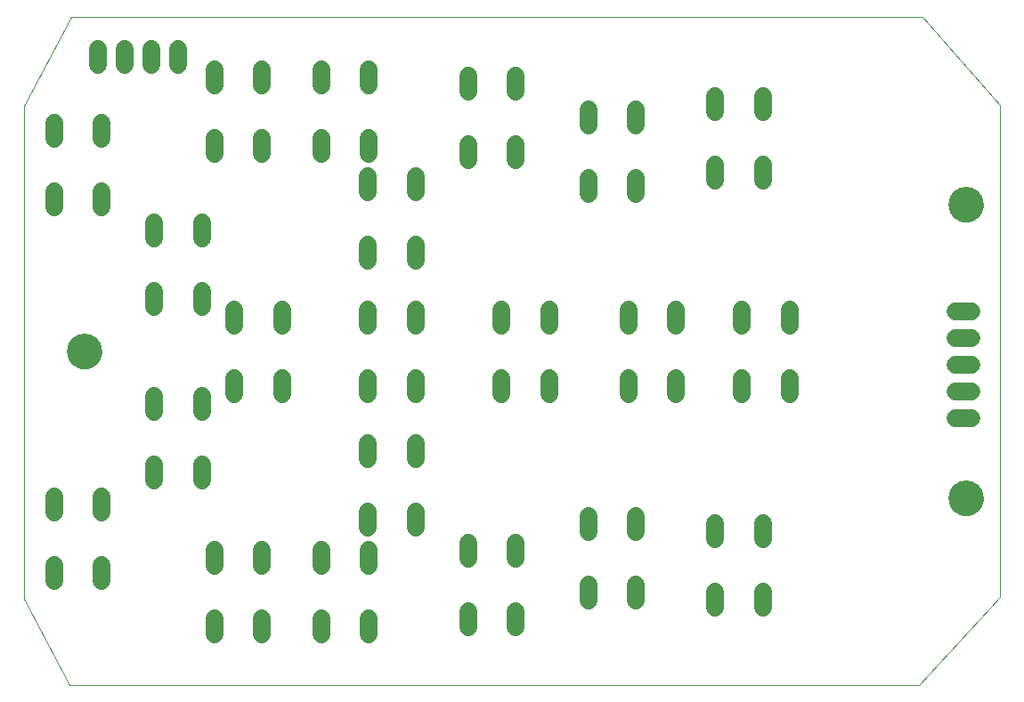
<source format=gbs>
G75*
G70*
%OFA0B0*%
%FSLAX24Y24*%
%IPPOS*%
%LPD*%
%AMOC8*
5,1,8,0,0,1.08239X$1,22.5*
%
%ADD10C,0.0000*%
%ADD11C,0.1330*%
%ADD12C,0.0680*%
%ADD13C,0.0674*%
D10*
X001917Y000100D02*
X033717Y000100D01*
X036737Y003400D01*
X036737Y021846D01*
X033821Y025146D01*
X001967Y025150D01*
X000217Y021796D01*
X000217Y003350D01*
X001917Y000100D01*
X001842Y012600D02*
X001844Y012650D01*
X001850Y012699D01*
X001860Y012748D01*
X001873Y012795D01*
X001891Y012842D01*
X001912Y012887D01*
X001936Y012930D01*
X001964Y012971D01*
X001995Y013010D01*
X002029Y013046D01*
X002066Y013080D01*
X002106Y013110D01*
X002147Y013137D01*
X002191Y013161D01*
X002236Y013181D01*
X002283Y013197D01*
X002331Y013210D01*
X002380Y013219D01*
X002430Y013224D01*
X002479Y013225D01*
X002529Y013222D01*
X002578Y013215D01*
X002627Y013204D01*
X002674Y013190D01*
X002720Y013171D01*
X002765Y013149D01*
X002808Y013124D01*
X002848Y013095D01*
X002886Y013063D01*
X002922Y013029D01*
X002955Y012991D01*
X002984Y012951D01*
X003010Y012909D01*
X003033Y012865D01*
X003052Y012819D01*
X003068Y012772D01*
X003080Y012723D01*
X003088Y012674D01*
X003092Y012625D01*
X003092Y012575D01*
X003088Y012526D01*
X003080Y012477D01*
X003068Y012428D01*
X003052Y012381D01*
X003033Y012335D01*
X003010Y012291D01*
X002984Y012249D01*
X002955Y012209D01*
X002922Y012171D01*
X002886Y012137D01*
X002848Y012105D01*
X002808Y012076D01*
X002765Y012051D01*
X002720Y012029D01*
X002674Y012010D01*
X002627Y011996D01*
X002578Y011985D01*
X002529Y011978D01*
X002479Y011975D01*
X002430Y011976D01*
X002380Y011981D01*
X002331Y011990D01*
X002283Y012003D01*
X002236Y012019D01*
X002191Y012039D01*
X002147Y012063D01*
X002106Y012090D01*
X002066Y012120D01*
X002029Y012154D01*
X001995Y012190D01*
X001964Y012229D01*
X001936Y012270D01*
X001912Y012313D01*
X001891Y012358D01*
X001873Y012405D01*
X001860Y012452D01*
X001850Y012501D01*
X001844Y012550D01*
X001842Y012600D01*
X034842Y007100D02*
X034844Y007150D01*
X034850Y007199D01*
X034860Y007248D01*
X034873Y007295D01*
X034891Y007342D01*
X034912Y007387D01*
X034936Y007430D01*
X034964Y007471D01*
X034995Y007510D01*
X035029Y007546D01*
X035066Y007580D01*
X035106Y007610D01*
X035147Y007637D01*
X035191Y007661D01*
X035236Y007681D01*
X035283Y007697D01*
X035331Y007710D01*
X035380Y007719D01*
X035430Y007724D01*
X035479Y007725D01*
X035529Y007722D01*
X035578Y007715D01*
X035627Y007704D01*
X035674Y007690D01*
X035720Y007671D01*
X035765Y007649D01*
X035808Y007624D01*
X035848Y007595D01*
X035886Y007563D01*
X035922Y007529D01*
X035955Y007491D01*
X035984Y007451D01*
X036010Y007409D01*
X036033Y007365D01*
X036052Y007319D01*
X036068Y007272D01*
X036080Y007223D01*
X036088Y007174D01*
X036092Y007125D01*
X036092Y007075D01*
X036088Y007026D01*
X036080Y006977D01*
X036068Y006928D01*
X036052Y006881D01*
X036033Y006835D01*
X036010Y006791D01*
X035984Y006749D01*
X035955Y006709D01*
X035922Y006671D01*
X035886Y006637D01*
X035848Y006605D01*
X035808Y006576D01*
X035765Y006551D01*
X035720Y006529D01*
X035674Y006510D01*
X035627Y006496D01*
X035578Y006485D01*
X035529Y006478D01*
X035479Y006475D01*
X035430Y006476D01*
X035380Y006481D01*
X035331Y006490D01*
X035283Y006503D01*
X035236Y006519D01*
X035191Y006539D01*
X035147Y006563D01*
X035106Y006590D01*
X035066Y006620D01*
X035029Y006654D01*
X034995Y006690D01*
X034964Y006729D01*
X034936Y006770D01*
X034912Y006813D01*
X034891Y006858D01*
X034873Y006905D01*
X034860Y006952D01*
X034850Y007001D01*
X034844Y007050D01*
X034842Y007100D01*
X034842Y018100D02*
X034844Y018150D01*
X034850Y018199D01*
X034860Y018248D01*
X034873Y018295D01*
X034891Y018342D01*
X034912Y018387D01*
X034936Y018430D01*
X034964Y018471D01*
X034995Y018510D01*
X035029Y018546D01*
X035066Y018580D01*
X035106Y018610D01*
X035147Y018637D01*
X035191Y018661D01*
X035236Y018681D01*
X035283Y018697D01*
X035331Y018710D01*
X035380Y018719D01*
X035430Y018724D01*
X035479Y018725D01*
X035529Y018722D01*
X035578Y018715D01*
X035627Y018704D01*
X035674Y018690D01*
X035720Y018671D01*
X035765Y018649D01*
X035808Y018624D01*
X035848Y018595D01*
X035886Y018563D01*
X035922Y018529D01*
X035955Y018491D01*
X035984Y018451D01*
X036010Y018409D01*
X036033Y018365D01*
X036052Y018319D01*
X036068Y018272D01*
X036080Y018223D01*
X036088Y018174D01*
X036092Y018125D01*
X036092Y018075D01*
X036088Y018026D01*
X036080Y017977D01*
X036068Y017928D01*
X036052Y017881D01*
X036033Y017835D01*
X036010Y017791D01*
X035984Y017749D01*
X035955Y017709D01*
X035922Y017671D01*
X035886Y017637D01*
X035848Y017605D01*
X035808Y017576D01*
X035765Y017551D01*
X035720Y017529D01*
X035674Y017510D01*
X035627Y017496D01*
X035578Y017485D01*
X035529Y017478D01*
X035479Y017475D01*
X035430Y017476D01*
X035380Y017481D01*
X035331Y017490D01*
X035283Y017503D01*
X035236Y017519D01*
X035191Y017539D01*
X035147Y017563D01*
X035106Y017590D01*
X035066Y017620D01*
X035029Y017654D01*
X034995Y017690D01*
X034964Y017729D01*
X034936Y017770D01*
X034912Y017813D01*
X034891Y017858D01*
X034873Y017905D01*
X034860Y017952D01*
X034850Y018001D01*
X034844Y018050D01*
X034842Y018100D01*
D11*
X035467Y018100D03*
X035467Y007100D03*
X002467Y012600D03*
D12*
X005077Y014270D02*
X005077Y014870D01*
X006857Y014870D02*
X006857Y014270D01*
X008077Y014180D02*
X008077Y013580D01*
X009857Y013580D02*
X009857Y014180D01*
X013077Y014180D02*
X013077Y013580D01*
X014857Y013580D02*
X014857Y014180D01*
X014857Y016020D02*
X014857Y016620D01*
X013077Y016620D02*
X013077Y016020D01*
X013077Y018580D02*
X013077Y019180D01*
X013107Y020020D02*
X013107Y020620D01*
X011327Y020620D02*
X011327Y020020D01*
X009107Y020020D02*
X009107Y020620D01*
X007327Y020620D02*
X007327Y020020D01*
X007327Y022580D02*
X007327Y023180D01*
X009107Y023180D02*
X009107Y022580D01*
X011327Y022580D02*
X011327Y023180D01*
X013107Y023180D02*
X013107Y022580D01*
X016827Y022330D02*
X016827Y022930D01*
X018607Y022930D02*
X018607Y022330D01*
X021327Y021680D02*
X021327Y021080D01*
X023107Y021080D02*
X023107Y021680D01*
X026077Y021580D02*
X026077Y022180D01*
X027857Y022180D02*
X027857Y021580D01*
X027857Y019620D02*
X027857Y019020D01*
X026077Y019020D02*
X026077Y019620D01*
X023107Y019120D02*
X023107Y018520D01*
X021327Y018520D02*
X021327Y019120D01*
X018607Y019770D02*
X018607Y020370D01*
X016827Y020370D02*
X016827Y019770D01*
X014857Y019180D02*
X014857Y018580D01*
X018077Y014180D02*
X018077Y013580D01*
X019857Y013580D02*
X019857Y014180D01*
X022827Y014180D02*
X022827Y013580D01*
X024607Y013580D02*
X024607Y014180D01*
X027077Y014180D02*
X027077Y013580D01*
X028857Y013580D02*
X028857Y014180D01*
X028857Y011620D02*
X028857Y011020D01*
X027077Y011020D02*
X027077Y011620D01*
X024607Y011620D02*
X024607Y011020D01*
X022827Y011020D02*
X022827Y011620D01*
X019857Y011620D02*
X019857Y011020D01*
X018077Y011020D02*
X018077Y011620D01*
X014857Y011620D02*
X014857Y011020D01*
X013077Y011020D02*
X013077Y011620D01*
X009857Y011620D02*
X009857Y011020D01*
X008077Y011020D02*
X008077Y011620D01*
X006857Y010930D02*
X006857Y010330D01*
X005077Y010330D02*
X005077Y010930D01*
X005077Y008370D02*
X005077Y007770D01*
X006857Y007770D02*
X006857Y008370D01*
X003107Y007180D02*
X003107Y006580D01*
X001327Y006580D02*
X001327Y007180D01*
X001327Y004620D02*
X001327Y004020D01*
X003107Y004020D02*
X003107Y004620D01*
X007327Y004580D02*
X007327Y005180D01*
X009107Y005180D02*
X009107Y004580D01*
X011327Y004580D02*
X011327Y005180D01*
X013107Y005180D02*
X013107Y004580D01*
X013077Y006020D02*
X013077Y006620D01*
X014857Y006620D02*
X014857Y006020D01*
X016827Y005430D02*
X016827Y004830D01*
X018607Y004830D02*
X018607Y005430D01*
X021327Y005830D02*
X021327Y006430D01*
X023107Y006430D02*
X023107Y005830D01*
X023107Y003870D02*
X023107Y003270D01*
X021327Y003270D02*
X021327Y003870D01*
X018607Y002870D02*
X018607Y002270D01*
X016827Y002270D02*
X016827Y002870D01*
X013107Y002620D02*
X013107Y002020D01*
X011327Y002020D02*
X011327Y002620D01*
X009107Y002620D02*
X009107Y002020D01*
X007327Y002020D02*
X007327Y002620D01*
X013077Y008580D02*
X013077Y009180D01*
X014857Y009180D02*
X014857Y008580D01*
X026077Y006180D02*
X026077Y005580D01*
X027857Y005580D02*
X027857Y006180D01*
X027857Y003620D02*
X027857Y003020D01*
X026077Y003020D02*
X026077Y003620D01*
X006857Y016830D02*
X006857Y017430D01*
X005077Y017430D02*
X005077Y016830D01*
X003107Y018020D02*
X003107Y018620D01*
X001327Y018620D02*
X001327Y018020D01*
X001327Y020580D02*
X001327Y021180D01*
X003107Y021180D02*
X003107Y020580D01*
D13*
X002967Y023353D02*
X002967Y023947D01*
X003967Y023947D02*
X003967Y023353D01*
X004967Y023353D02*
X004967Y023947D01*
X005967Y023947D02*
X005967Y023353D01*
X035070Y014100D02*
X035664Y014100D01*
X035664Y013100D02*
X035070Y013100D01*
X035070Y012100D02*
X035664Y012100D01*
X035664Y011100D02*
X035070Y011100D01*
X035070Y010100D02*
X035664Y010100D01*
M02*

</source>
